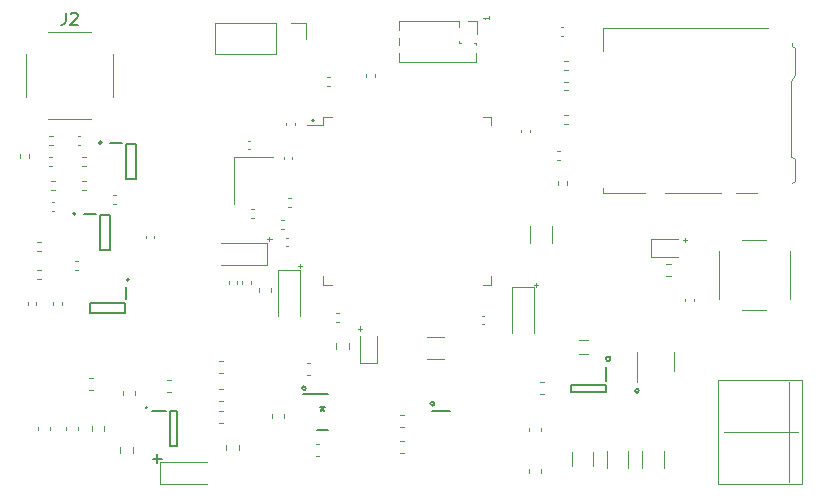
<source format=gbr>
%TF.GenerationSoftware,KiCad,Pcbnew,(5.99.0-8018-g9a0f685a75)*%
%TF.CreationDate,2021-03-05T19:35:09+00:00*%
%TF.ProjectId,CM4,434d342e-6b69-4636-9164-5f7063625858,rev?*%
%TF.SameCoordinates,Original*%
%TF.FileFunction,Legend,Top*%
%TF.FilePolarity,Positive*%
%FSLAX46Y46*%
G04 Gerber Fmt 4.6, Leading zero omitted, Abs format (unit mm)*
G04 Created by KiCad (PCBNEW (5.99.0-8018-g9a0f685a75)) date 2021-03-05 19:35:09*
%MOMM*%
%LPD*%
G01*
G04 APERTURE LIST*
%ADD10C,0.150000*%
%ADD11C,0.125000*%
%ADD12C,0.120000*%
%ADD13C,0.200000*%
%ADD14C,0.100000*%
%ADD15C,0.020000*%
%ADD16C,0.152400*%
G04 APERTURE END LIST*
D10*
X104341421Y-86200000D02*
G75*
G03*
X104341421Y-86200000I-141421J0D01*
G01*
X121579605Y-107000000D02*
G75*
G03*
X121579605Y-107000000I-179605J0D01*
G01*
X149779605Y-107200000D02*
G75*
G03*
X149779605Y-107200000I-179605J0D01*
G01*
X106600000Y-97800000D02*
G75*
G03*
X106600000Y-97800000I-100000J0D01*
G01*
X147400000Y-104500000D02*
G75*
G03*
X147400000Y-104500000I-200000J0D01*
G01*
X102100000Y-92200000D02*
G75*
G03*
X102100000Y-92200000I-100000J0D01*
G01*
X132479605Y-108300000D02*
G75*
G03*
X132479605Y-108300000I-179605J0D01*
G01*
D11*
X126009523Y-101935714D02*
X126390476Y-101935714D01*
X126200000Y-102126190D02*
X126200000Y-101745238D01*
X153509523Y-94435714D02*
X153890476Y-94435714D01*
X153700000Y-94626190D02*
X153700000Y-94245238D01*
D10*
X108100000Y-108557142D02*
X108147619Y-108604761D01*
X108100000Y-108652380D01*
X108052380Y-108604761D01*
X108100000Y-108557142D01*
X108100000Y-108652380D01*
D11*
X137126190Y-75457142D02*
X137126190Y-75742857D01*
X137126190Y-75600000D02*
X136626190Y-75600000D01*
X136697619Y-75647619D01*
X136745238Y-75695238D01*
X136769047Y-75742857D01*
X140909523Y-98235714D02*
X141290476Y-98235714D01*
X141100000Y-98426190D02*
X141100000Y-98045238D01*
X118690476Y-94335714D02*
X118309523Y-94335714D01*
X118500000Y-94526190D02*
X118500000Y-94145238D01*
D10*
X122200000Y-84257142D02*
X122247619Y-84304761D01*
X122200000Y-84352380D01*
X122152380Y-84304761D01*
X122200000Y-84257142D01*
X122200000Y-84352380D01*
X108619047Y-112971428D02*
X109380952Y-112971428D01*
X109000000Y-113352380D02*
X109000000Y-112590476D01*
D11*
X120909523Y-96635714D02*
X121290476Y-96635714D01*
X121100000Y-96826190D02*
X121100000Y-96445238D01*
D10*
%TO.C,J2*%
X101266666Y-75202380D02*
X101266666Y-75916666D01*
X101219047Y-76059523D01*
X101123809Y-76154761D01*
X100980952Y-76202380D01*
X100885714Y-76202380D01*
X101695238Y-75297619D02*
X101742857Y-75250000D01*
X101838095Y-75202380D01*
X102076190Y-75202380D01*
X102171428Y-75250000D01*
X102219047Y-75297619D01*
X102266666Y-75392857D01*
X102266666Y-75488095D01*
X102219047Y-75630952D01*
X101647619Y-76202380D01*
X102266666Y-76202380D01*
%TO.C,U3*%
X123000000Y-108452380D02*
X123000000Y-108690476D01*
X122761904Y-108595238D02*
X123000000Y-108690476D01*
X123238095Y-108595238D01*
X122857142Y-108880952D02*
X123000000Y-108690476D01*
X123142857Y-108880952D01*
D12*
%TO.C,C12*%
X102092164Y-96240000D02*
X102307836Y-96240000D01*
X102092164Y-96960000D02*
X102307836Y-96960000D01*
%TO.C,C3*%
X141510000Y-110359420D02*
X141510000Y-110640580D01*
X140490000Y-110359420D02*
X140490000Y-110640580D01*
%TO.C,C35*%
X101290000Y-110540580D02*
X101290000Y-110259420D01*
X102310000Y-110540580D02*
X102310000Y-110259420D01*
%TO.C,J3*%
X135863471Y-77760000D02*
X135995000Y-77760000D01*
X129525000Y-78577530D02*
X129525000Y-79400000D01*
X135995000Y-78577530D02*
X135995000Y-79400000D01*
X134540000Y-77563471D02*
X134540000Y-77706529D01*
X134540000Y-75870000D02*
X134540000Y-76436529D01*
X134593471Y-77760000D02*
X134736529Y-77760000D01*
X129525000Y-77307530D02*
X129525000Y-77962470D01*
X135300000Y-75870000D02*
X136060000Y-75870000D01*
X136060000Y-75870000D02*
X136060000Y-77000000D01*
X135995000Y-79400000D02*
X129525000Y-79400000D01*
X134540000Y-75870000D02*
X129525000Y-75870000D01*
X135995000Y-77760000D02*
X135995000Y-77962470D01*
X129525000Y-75870000D02*
X129525000Y-76692470D01*
D13*
%TO.C,IC3*%
X105025000Y-95250000D02*
X104175000Y-95250000D01*
X105025000Y-92350000D02*
X105025000Y-95250000D01*
X104175000Y-92350000D02*
X105025000Y-92350000D01*
X102775000Y-92225000D02*
X103825000Y-92225000D01*
X104175000Y-95250000D02*
X104175000Y-92350000D01*
D12*
%TO.C,C5*%
X140490000Y-113859420D02*
X140490000Y-114140580D01*
X141510000Y-113859420D02*
X141510000Y-114140580D01*
%TO.C,C15*%
X133311252Y-104510000D02*
X131888748Y-104510000D01*
X133311252Y-102690000D02*
X131888748Y-102690000D01*
%TO.C,C39*%
X114259420Y-108890000D02*
X114540580Y-108890000D01*
X114259420Y-109910000D02*
X114540580Y-109910000D01*
%TO.C,F1*%
X145910000Y-113602064D02*
X145910000Y-112397936D01*
X144090000Y-113602064D02*
X144090000Y-112397936D01*
%TO.C,C40*%
X114259420Y-105710000D02*
X114540580Y-105710000D01*
X114259420Y-104690000D02*
X114540580Y-104690000D01*
%TO.C,C25*%
X121077000Y-97004000D02*
X119207000Y-97004000D01*
X121077000Y-100914000D02*
X121077000Y-97004000D01*
X119207000Y-97004000D02*
X119207000Y-100914000D01*
%TO.C,R8*%
X99153641Y-95380000D02*
X98846359Y-95380000D01*
X99153641Y-94620000D02*
X98846359Y-94620000D01*
%TO.C,C18*%
X119740000Y-87392164D02*
X119740000Y-87607836D01*
X120460000Y-87392164D02*
X120460000Y-87607836D01*
%TO.C,R4*%
X102646359Y-88180000D02*
X102953641Y-88180000D01*
X102646359Y-87420000D02*
X102953641Y-87420000D01*
%TO.C,C38*%
X114259420Y-108110000D02*
X114540580Y-108110000D01*
X114259420Y-107090000D02*
X114540580Y-107090000D01*
%TO.C,C34*%
X143172164Y-77160000D02*
X143387836Y-77160000D01*
X143172164Y-76440000D02*
X143387836Y-76440000D01*
%TO.C,D2*%
X126165000Y-102600000D02*
X126165000Y-104885000D01*
X127635000Y-104885000D02*
X127635000Y-102600000D01*
X126165000Y-104885000D02*
X127635000Y-104885000D01*
%TO.C,C17*%
X140560000Y-85092164D02*
X140560000Y-85307836D01*
X139840000Y-85092164D02*
X139840000Y-85307836D01*
%TO.C,C36*%
X109859420Y-107310000D02*
X110140580Y-107310000D01*
X109859420Y-106290000D02*
X110140580Y-106290000D01*
%TO.C,R3*%
X105553641Y-90620000D02*
X105246359Y-90620000D01*
X105553641Y-91380000D02*
X105246359Y-91380000D01*
%TO.C,C13*%
X140935000Y-98390000D02*
X139065000Y-98390000D01*
X139065000Y-98390000D02*
X139065000Y-102300000D01*
X140935000Y-102300000D02*
X140935000Y-98390000D01*
%TO.C,C16*%
X124407836Y-100640000D02*
X124192164Y-100640000D01*
X124407836Y-101360000D02*
X124192164Y-101360000D01*
D14*
%TO.C,J1*%
X156500000Y-115100000D02*
X156500000Y-106300000D01*
D15*
X156980000Y-110700000D02*
X163300000Y-110700000D01*
D14*
X156500000Y-115100000D02*
X163600000Y-115100000D01*
X156500000Y-106300000D02*
X163600000Y-106300000D01*
X162500000Y-106500000D02*
X162500000Y-114900000D01*
X163600000Y-106300000D02*
X163600000Y-115100000D01*
D12*
%TO.C,C19*%
X140590000Y-93288748D02*
X140590000Y-94711252D01*
X142410000Y-93288748D02*
X142410000Y-94711252D01*
D14*
%TO.C,S1*%
X162550000Y-99400000D02*
X162550000Y-95400000D01*
X160550000Y-94400000D02*
X158550000Y-94400000D01*
X156550000Y-99400000D02*
X156550000Y-95400000D01*
X160550000Y-100400000D02*
X158550000Y-100400000D01*
D12*
%TO.C,R11*%
X99153641Y-97020000D02*
X98846359Y-97020000D01*
X99153641Y-97780000D02*
X98846359Y-97780000D01*
%TO.C,R20*%
X120353641Y-91680000D02*
X120046359Y-91680000D01*
X120353641Y-90920000D02*
X120046359Y-90920000D01*
%TO.C,U4*%
X149640000Y-104700000D02*
X149640000Y-106500000D01*
X152760000Y-104700000D02*
X152760000Y-105500000D01*
X152760000Y-104700000D02*
X152760000Y-103900000D01*
X149640000Y-104700000D02*
X149640000Y-103900000D01*
%TO.C,C41*%
X103259420Y-106090000D02*
X103540580Y-106090000D01*
X103259420Y-107110000D02*
X103540580Y-107110000D01*
%TO.C,C27*%
X122459420Y-111740000D02*
X122740580Y-111740000D01*
X122459420Y-112760000D02*
X122740580Y-112760000D01*
%TO.C,R7*%
X99846359Y-86380000D02*
X100153641Y-86380000D01*
X99846359Y-85620000D02*
X100153641Y-85620000D01*
%TO.C,J2*%
X105280000Y-78700000D02*
X105280000Y-82300000D01*
X99800000Y-84180000D02*
X103400000Y-84180000D01*
X97920000Y-78700000D02*
X97920000Y-82300000D01*
X99800000Y-76820000D02*
X103400000Y-76820000D01*
D13*
%TO.C,IC6*%
X110100000Y-108950000D02*
X110700000Y-108950000D01*
X110100000Y-111850000D02*
X110100000Y-108950000D01*
X110700000Y-108950000D02*
X110700000Y-111850000D01*
X108550000Y-108900000D02*
X109750000Y-108900000D01*
X110700000Y-111850000D02*
X110100000Y-111850000D01*
D12*
%TO.C,R17*%
X143753641Y-80080000D02*
X143446359Y-80080000D01*
X143753641Y-79320000D02*
X143446359Y-79320000D01*
%TO.C,D3*%
X150802500Y-94365000D02*
X150802500Y-95835000D01*
X150802500Y-95835000D02*
X153087500Y-95835000D01*
X153087500Y-94365000D02*
X150802500Y-94365000D01*
%TO.C,R19*%
X143753641Y-81780000D02*
X143446359Y-81780000D01*
X143753641Y-81020000D02*
X143446359Y-81020000D01*
%TO.C,C10*%
X100092164Y-91960000D02*
X100307836Y-91960000D01*
X100092164Y-91240000D02*
X100307836Y-91240000D01*
%TO.C,C42*%
X109290000Y-113265000D02*
X109290000Y-115135000D01*
X109290000Y-115135000D02*
X113200000Y-115135000D01*
X113200000Y-113265000D02*
X109290000Y-113265000D01*
%TO.C,C32*%
X98760000Y-99692164D02*
X98760000Y-99907836D01*
X98040000Y-99692164D02*
X98040000Y-99907836D01*
%TO.C,C21*%
X123392164Y-81360000D02*
X123607836Y-81360000D01*
X123392164Y-80640000D02*
X123607836Y-80640000D01*
%TO.C,Y1*%
X118850000Y-87400000D02*
X115550000Y-87400000D01*
X115550000Y-87400000D02*
X115550000Y-91400000D01*
%TO.C,R23*%
X143153641Y-87680000D02*
X142846359Y-87680000D01*
X143153641Y-86920000D02*
X142846359Y-86920000D01*
%TO.C,J7*%
X119030000Y-78730000D02*
X113890000Y-78730000D01*
X120300000Y-76070000D02*
X121630000Y-76070000D01*
X119030000Y-76070000D02*
X119030000Y-78730000D01*
X113890000Y-76070000D02*
X113890000Y-78730000D01*
X119030000Y-76070000D02*
X113890000Y-76070000D01*
X121630000Y-76070000D02*
X121630000Y-77400000D01*
%TO.C,FB2*%
X117600000Y-98841779D02*
X117600000Y-98516221D01*
X118620000Y-98841779D02*
X118620000Y-98516221D01*
%TO.C,C20*%
X120660000Y-84707836D02*
X120660000Y-84492164D01*
X119940000Y-84707836D02*
X119940000Y-84492164D01*
%TO.C,R12*%
X115922500Y-111762742D02*
X115922500Y-112237258D01*
X114877500Y-111762742D02*
X114877500Y-112237258D01*
%TO.C,R1*%
X151910000Y-112272936D02*
X151910000Y-113727064D01*
X150090000Y-112272936D02*
X150090000Y-113727064D01*
%TO.C,C22*%
X119763000Y-109487580D02*
X119763000Y-109206420D01*
X118743000Y-109487580D02*
X118743000Y-109206420D01*
%TO.C,C26*%
X115803000Y-97936164D02*
X115803000Y-98151836D01*
X115083000Y-97936164D02*
X115083000Y-98151836D01*
%TO.C,R27*%
X126720000Y-80653641D02*
X126720000Y-80346359D01*
X127480000Y-80653641D02*
X127480000Y-80346359D01*
%TO.C,C37*%
X107110000Y-107540580D02*
X107110000Y-107259420D01*
X106090000Y-107540580D02*
X106090000Y-107259420D01*
%TO.C,C50*%
X153740000Y-99607836D02*
X153740000Y-99392164D01*
X154460000Y-99607836D02*
X154460000Y-99392164D01*
%TO.C,R2*%
X148910000Y-112272936D02*
X148910000Y-113727064D01*
X147090000Y-112272936D02*
X147090000Y-113727064D01*
%TO.C,C48*%
X116992164Y-91840000D02*
X117207836Y-91840000D01*
X116992164Y-92560000D02*
X117207836Y-92560000D01*
%TO.C,C23*%
X114400000Y-96535000D02*
X118310000Y-96535000D01*
X118310000Y-96535000D02*
X118310000Y-94665000D01*
X118310000Y-94665000D02*
X114400000Y-94665000D01*
%TO.C,R28*%
X152537258Y-97522500D02*
X152062742Y-97522500D01*
X152537258Y-96477500D02*
X152062742Y-96477500D01*
%TO.C,U2*%
X137310000Y-83990000D02*
X137310000Y-84690000D01*
X136610000Y-83990000D02*
X137310000Y-83990000D01*
X136610000Y-98210000D02*
X137310000Y-98210000D01*
X137310000Y-98210000D02*
X137310000Y-97510000D01*
X123790000Y-83990000D02*
X123090000Y-83990000D01*
X123090000Y-84690000D02*
X121725000Y-84690000D01*
X123090000Y-98210000D02*
X123090000Y-97510000D01*
X123790000Y-98210000D02*
X123090000Y-98210000D01*
X123090000Y-83990000D02*
X123090000Y-84690000D01*
D13*
%TO.C,IC2*%
X106375000Y-89250000D02*
X106375000Y-86350000D01*
X106375000Y-86350000D02*
X107225000Y-86350000D01*
X107225000Y-86350000D02*
X107225000Y-89250000D01*
X104975000Y-86225000D02*
X106025000Y-86225000D01*
X107225000Y-89250000D02*
X106375000Y-89250000D01*
%TO.C,Q1*%
X146975000Y-106700000D02*
X146975000Y-107300000D01*
X144025000Y-106700000D02*
X146975000Y-106700000D01*
X146975000Y-107300000D02*
X144025000Y-107300000D01*
X144025000Y-107300000D02*
X144025000Y-106700000D01*
X147000000Y-105150000D02*
X147000000Y-106350000D01*
D12*
%TO.C,R14*%
X103477500Y-110637258D02*
X103477500Y-110162742D01*
X104522500Y-110637258D02*
X104522500Y-110162742D01*
%TO.C,C33*%
X98890000Y-110540580D02*
X98890000Y-110259420D01*
X99910000Y-110540580D02*
X99910000Y-110259420D01*
%TO.C,C11*%
X102292164Y-86360000D02*
X102507836Y-86360000D01*
X102292164Y-85640000D02*
X102507836Y-85640000D01*
%TO.C,C28*%
X121940580Y-105910000D02*
X121659420Y-105910000D01*
X121940580Y-104890000D02*
X121659420Y-104890000D01*
%TO.C,R10*%
X97420000Y-87146359D02*
X97420000Y-87453641D01*
X98180000Y-87146359D02*
X98180000Y-87453641D01*
%TO.C,R6*%
X102953641Y-90180000D02*
X102646359Y-90180000D01*
X102953641Y-89420000D02*
X102646359Y-89420000D01*
%TO.C,R13*%
X106922500Y-112437258D02*
X106922500Y-111962742D01*
X105877500Y-112437258D02*
X105877500Y-111962742D01*
D13*
%TO.C,IC5*%
X106250000Y-100625000D02*
X103350000Y-100625000D01*
X106375000Y-98375000D02*
X106375000Y-99425000D01*
X103350000Y-100625000D02*
X103350000Y-99775000D01*
X106250000Y-99775000D02*
X106250000Y-100625000D01*
X103350000Y-99775000D02*
X106250000Y-99775000D01*
D12*
%TO.C,J4*%
X146715000Y-78425000D02*
X146715000Y-76505000D01*
X146715000Y-90025000D02*
X146715000Y-90475000D01*
X162985000Y-87585000D02*
X162785000Y-87375000D01*
X162985000Y-78185000D02*
X162985000Y-80495000D01*
X162985000Y-89445000D02*
X162785000Y-89645000D01*
X162635000Y-87375000D02*
X162785000Y-87375000D01*
X162635000Y-87375000D02*
X162635000Y-81005000D01*
X162985000Y-80495000D02*
X162635000Y-81005000D01*
X152025000Y-90475000D02*
X156725000Y-90475000D01*
X162985000Y-78185000D02*
X162785000Y-77985000D01*
X146715000Y-90475000D02*
X150325000Y-90475000D01*
X158025000Y-90475000D02*
X159825000Y-90475000D01*
X162985000Y-89445000D02*
X162985000Y-87585000D01*
X146715000Y-76505000D02*
X160725000Y-76505000D01*
X162785000Y-77985000D02*
X162785000Y-77725000D01*
%TO.C,C29*%
X119492164Y-92750000D02*
X119707836Y-92750000D01*
X119492164Y-93470000D02*
X119707836Y-93470000D01*
%TO.C,C30*%
X108040000Y-94092164D02*
X108040000Y-94307836D01*
X108760000Y-94092164D02*
X108760000Y-94307836D01*
D13*
%TO.C,IC1*%
X132275000Y-108920000D02*
X133800000Y-108920000D01*
D12*
%TO.C,R5*%
X100220000Y-99953641D02*
X100220000Y-99646359D01*
X100980000Y-99953641D02*
X100980000Y-99646359D01*
%TO.C,C49*%
X116692164Y-86040000D02*
X116907836Y-86040000D01*
X116692164Y-86760000D02*
X116907836Y-86760000D01*
%TO.C,C31*%
X99892164Y-87440000D02*
X100107836Y-87440000D01*
X99892164Y-88160000D02*
X100107836Y-88160000D01*
%TO.C,C1*%
X129890580Y-110260000D02*
X129609420Y-110260000D01*
X129890580Y-109240000D02*
X129609420Y-109240000D01*
%TO.C,R9*%
X100046359Y-89420000D02*
X100353641Y-89420000D01*
X100046359Y-90180000D02*
X100353641Y-90180000D01*
%TO.C,C14*%
X136707836Y-101560000D02*
X136492164Y-101560000D01*
X136707836Y-100840000D02*
X136492164Y-100840000D01*
%TO.C,R22*%
X143753641Y-84580000D02*
X143446359Y-84580000D01*
X143753641Y-83820000D02*
X143446359Y-83820000D01*
D16*
%TO.C,U3*%
X122525000Y-110549999D02*
X123499999Y-110549999D01*
X121325000Y-107450001D02*
X123499999Y-107450001D01*
D12*
%TO.C,R24*%
X142920000Y-89446359D02*
X142920000Y-89753641D01*
X143680000Y-89446359D02*
X143680000Y-89753641D01*
%TO.C,C4*%
X129890580Y-111490000D02*
X129609420Y-111490000D01*
X129890580Y-112510000D02*
X129609420Y-112510000D01*
%TO.C,FB1*%
X144700378Y-104060000D02*
X145499622Y-104060000D01*
X144700378Y-102940000D02*
X145499622Y-102940000D01*
%TO.C,C24*%
X119892164Y-94960000D02*
X120107836Y-94960000D01*
X119892164Y-94240000D02*
X120107836Y-94240000D01*
%TO.C,C2*%
X141459420Y-106490000D02*
X141740580Y-106490000D01*
X141459420Y-107510000D02*
X141740580Y-107510000D01*
%TO.C,R18*%
X116966000Y-97890359D02*
X116966000Y-98197641D01*
X116206000Y-97890359D02*
X116206000Y-98197641D01*
%TO.C,R21*%
X124177500Y-103637258D02*
X124177500Y-103162742D01*
X125222500Y-103637258D02*
X125222500Y-103162742D01*
%TD*%
M02*

</source>
